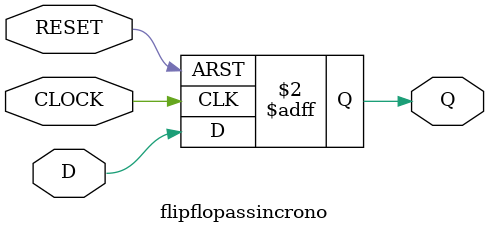
<source format=v>

module flipflopassincrono (Q, D, CLOCK, RESET);

    input D;        // Entrada de dados
    input CLOCK;    // Clock 
    input RESET;    // Reset assíncrono (ativo alto)
    output reg Q;   // Saída armazenada

    // Atualiza Q no clock ou limpa no reset
    always @(posedge CLOCK or posedge RESET) 
        if (RESET) 
            Q <= 1'b0;
        else 
            Q <= D;

endmodule

</source>
